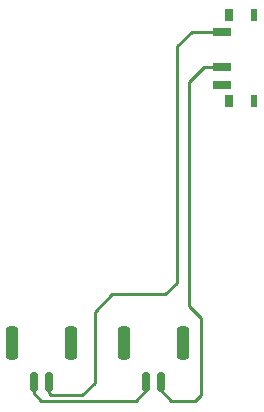
<source format=gbr>
G04 #@! TF.GenerationSoftware,KiCad,Pcbnew,8.0.0-rc1-52-g27482ef8a0*
G04 #@! TF.CreationDate,2024-01-20T20:33:33+01:00*
G04 #@! TF.ProjectId,test,74657374-2e6b-4696-9361-645f70636258,rev?*
G04 #@! TF.SameCoordinates,Original*
G04 #@! TF.FileFunction,Copper,L2,Bot*
G04 #@! TF.FilePolarity,Positive*
%FSLAX46Y46*%
G04 Gerber Fmt 4.6, Leading zero omitted, Abs format (unit mm)*
G04 Created by KiCad (PCBNEW 8.0.0-rc1-52-g27482ef8a0) date 2024-01-20 20:33:33*
%MOMM*%
%LPD*%
G01*
G04 APERTURE LIST*
G04 Aperture macros list*
%AMRoundRect*
0 Rectangle with rounded corners*
0 $1 Rounding radius*
0 $2 $3 $4 $5 $6 $7 $8 $9 X,Y pos of 4 corners*
0 Add a 4 corners polygon primitive as box body*
4,1,4,$2,$3,$4,$5,$6,$7,$8,$9,$2,$3,0*
0 Add four circle primitives for the rounded corners*
1,1,$1+$1,$2,$3*
1,1,$1+$1,$4,$5*
1,1,$1+$1,$6,$7*
1,1,$1+$1,$8,$9*
0 Add four rect primitives between the rounded corners*
20,1,$1+$1,$2,$3,$4,$5,0*
20,1,$1+$1,$4,$5,$6,$7,0*
20,1,$1+$1,$6,$7,$8,$9,0*
20,1,$1+$1,$8,$9,$2,$3,0*%
G04 Aperture macros list end*
G04 #@! TA.AperFunction,SMDPad,CuDef*
%ADD10RoundRect,0.150000X0.150000X0.700000X-0.150000X0.700000X-0.150000X-0.700000X0.150000X-0.700000X0*%
G04 #@! TD*
G04 #@! TA.AperFunction,SMDPad,CuDef*
%ADD11RoundRect,0.250000X0.250000X1.150000X-0.250000X1.150000X-0.250000X-1.150000X0.250000X-1.150000X0*%
G04 #@! TD*
G04 #@! TA.AperFunction,SMDPad,CuDef*
%ADD12R,1.498600X0.698500*%
G04 #@! TD*
G04 #@! TA.AperFunction,SMDPad,CuDef*
%ADD13R,0.599440X0.998220*%
G04 #@! TD*
G04 #@! TA.AperFunction,SMDPad,CuDef*
%ADD14R,0.797560X0.998220*%
G04 #@! TD*
G04 #@! TA.AperFunction,Conductor*
%ADD15C,0.250000*%
G04 #@! TD*
G04 APERTURE END LIST*
D10*
X60625000Y-120450000D03*
X59375000Y-120450000D03*
D11*
X62475000Y-117100000D03*
X57525000Y-117100000D03*
D12*
X65752480Y-95247900D03*
X65752480Y-93749300D03*
X65752480Y-90752100D03*
D13*
X68498220Y-96649980D03*
D14*
X66400180Y-96649980D03*
D13*
X68498220Y-89350020D03*
D14*
X66400180Y-89350020D03*
D10*
X51125000Y-120450000D03*
X49875000Y-120450000D03*
D11*
X52975000Y-117100000D03*
X48025000Y-117100000D03*
D15*
X61000000Y-113000000D02*
X62000000Y-112000000D01*
X53950000Y-121550000D02*
X55000000Y-120500000D01*
X55000000Y-120500000D02*
X55000000Y-114500000D01*
X55000000Y-114500000D02*
X56500000Y-113000000D01*
X51125000Y-120175000D02*
X51125000Y-121325000D01*
X56500000Y-113000000D02*
X61000000Y-113000000D01*
X51350000Y-121550000D02*
X53950000Y-121550000D01*
X62000000Y-92000000D02*
X63247900Y-90752100D01*
X51125000Y-121325000D02*
X51350000Y-121550000D01*
X62000000Y-112000000D02*
X62000000Y-92000000D01*
X63247900Y-90752100D02*
X65752480Y-90752100D01*
X49875000Y-120175000D02*
X49875000Y-121375000D01*
X59375000Y-121125000D02*
X59375000Y-120175000D01*
X50500000Y-122000000D02*
X58500000Y-122000000D01*
X49875000Y-121375000D02*
X50500000Y-122000000D01*
X58500000Y-122000000D02*
X59375000Y-121125000D01*
X65752480Y-93749300D02*
X64250700Y-93749300D01*
X64000000Y-121500000D02*
X63500000Y-122000000D01*
X63000000Y-114000000D02*
X64000000Y-115000000D01*
X63000000Y-95000000D02*
X63000000Y-114000000D01*
X61500000Y-122000000D02*
X60625000Y-121125000D01*
X64250700Y-93749300D02*
X63000000Y-95000000D01*
X60625000Y-121125000D02*
X60625000Y-120175000D01*
X63500000Y-122000000D02*
X61500000Y-122000000D01*
X64000000Y-115000000D02*
X64000000Y-121500000D01*
M02*

</source>
